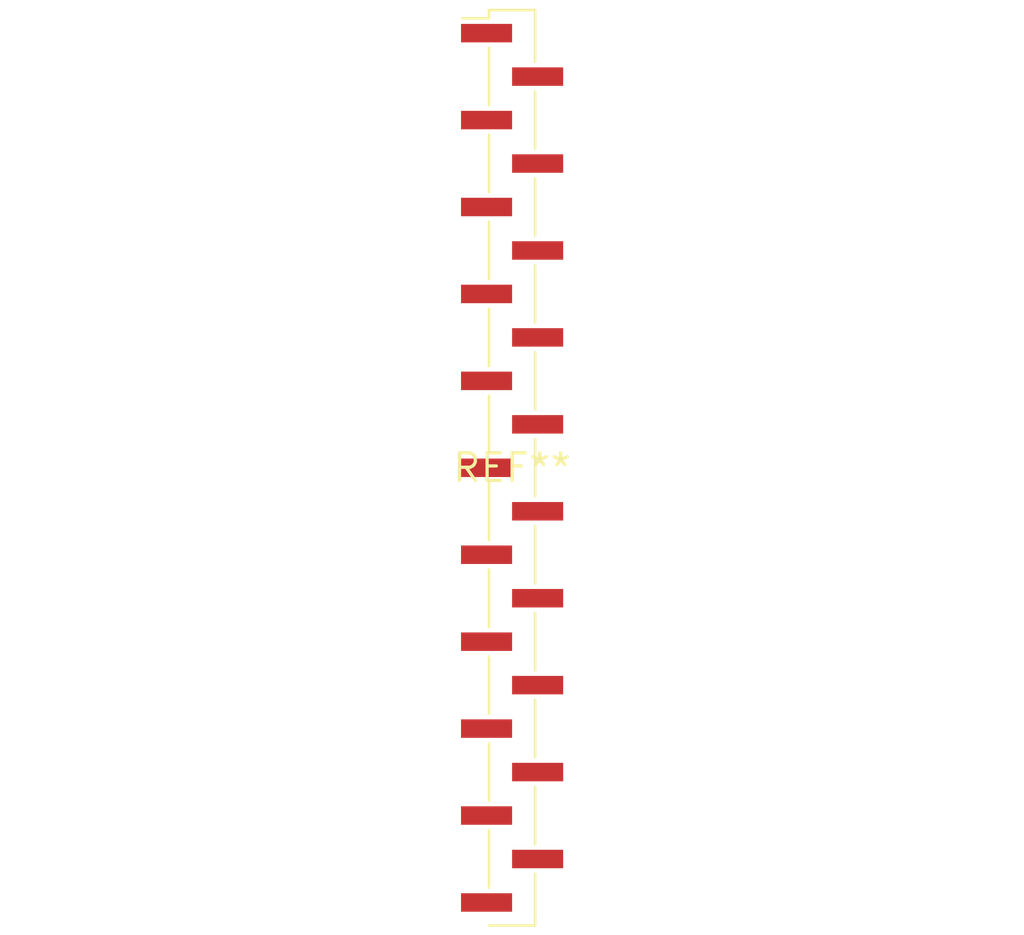
<source format=kicad_pcb>
(kicad_pcb (version 20240108) (generator pcbnew)
  (layers (0 "F.Cu" signal) (31 "B.Cu" signal) (34 "B.Paste" user) (35 "F.Paste" user) (36 "B.SilkS" user "B.Silkscreen") (37 "F.SilkS" user "F.Silkscreen") (38 "B.Mask" user) (39 "F.Mask" user) (44 "Edge.Cuts" user))
  (net 0 "")
  (footprint "PinHeader_1x21_P2.00mm_Vertical_SMD_Pin1Left" (layer "F.Cu") (at 0 0)
    (property "Reference" "REF**")
    (property "Value" "PinHeader_1x21_P2.00mm_Vertical_SMD_Pin1Left")
    (fp_line (start -1.06 -21.06) (end -1.06 -20.685) (layer "F.SilkS") (stroke (width 0.12)))
    (fp_line (start -1.06 -21.06) (end 1.06 -21.06) (layer "F.SilkS") (stroke (width 0.12)))
    (fp_line (start -1.06 -20.685) (end -2.29 -20.685) (layer "F.SilkS") (stroke (width 0.12)))
    (fp_line (start -1.06 -19.315) (end -1.06 -16.685) (layer "F.SilkS") (stroke (width 0.12)))
    (fp_line (start -1.06 -15.315) (end -1.06 -12.685) (layer "F.SilkS") (stroke (width 0.12)))
    (fp_line (start -1.06 -11.315) (end -1.06 -8.685) (layer "F.SilkS") (stroke (width 0.12)))
    (fp_line (start -1.06 -7.315) (end -1.06 -4.685) (layer "F.SilkS") (stroke (width 0.12)))
    (fp_line (start -1.06 -3.315) (end -1.06 -0.685) (layer "F.SilkS") (stroke (width 0.12)))
    (fp_line (start -1.06 0.685) (end -1.06 3.315) (layer "F.SilkS") (stroke (width 0.12)))
    (fp_line (start -1.06 4.685) (end -1.06 7.315) (layer "F.SilkS") (stroke (width 0.12)))
    (fp_line (start -1.06 8.685) (end -1.06 11.315) (layer "F.SilkS") (stroke (width 0.12)))
    (fp_line (start -1.06 12.685) (end -1.06 15.315) (layer "F.SilkS") (stroke (width 0.12)))
    (fp_line (start -1.06 16.685) (end -1.06 19.315) (layer "F.SilkS") (stroke (width 0.12)))
    (fp_line (start -1.06 21.06) (end 1.06 21.06) (layer "F.SilkS") (stroke (width 0.12)))
    (fp_line (start 1.06 -21.06) (end 1.06 -18.685) (layer "F.SilkS") (stroke (width 0.12)))
    (fp_line (start 1.06 -17.315) (end 1.06 -14.685) (layer "F.SilkS") (stroke (width 0.12)))
    (fp_line (start 1.06 -13.315) (end 1.06 -10.685) (layer "F.SilkS") (stroke (width 0.12)))
    (fp_line (start 1.06 -9.315) (end 1.06 -6.685) (layer "F.SilkS") (stroke (width 0.12)))
    (fp_line (start 1.06 -5.315) (end 1.06 -2.685) (layer "F.SilkS") (stroke (width 0.12)))
    (fp_line (start 1.06 -1.315) (end 1.06 1.315) (layer "F.SilkS") (stroke (width 0.12)))
    (fp_line (start 1.06 2.685) (end 1.06 5.315) (layer "F.SilkS") (stroke (width 0.12)))
    (fp_line (start 1.06 6.685) (end 1.06 9.315) (layer "F.SilkS") (stroke (width 0.12)))
    (fp_line (start 1.06 10.685) (end 1.06 13.315) (layer "F.SilkS") (stroke (width 0.12)))
    (fp_line (start 1.06 14.685) (end 1.06 17.315) (layer "F.SilkS") (stroke (width 0.12)))
    (fp_line (start 1.06 18.685) (end 1.06 21.06) (layer "F.SilkS") (stroke (width 0.12)))
    (fp_line (start 1.06 20.685) (end 1.06 21.06) (layer "F.SilkS") (stroke (width 0.12)))
    (pad "1" smd rect (at -1.175 -20) (size 2.35 0.85) (layers "F.Cu" "F.Paste" "F.Mask"))
    (pad "2" smd rect (at 1.175 -18) (size 2.35 0.85) (layers "F.Cu" "F.Paste" "F.Mask"))
    (pad "3" smd rect (at -1.175 -16) (size 2.35 0.85) (layers "F.Cu" "F.Paste" "F.Mask"))
    (pad "4" smd rect (at 1.175 -14) (size 2.35 0.85) (layers "F.Cu" "F.Paste" "F.Mask"))
    (pad "5" smd rect (at -1.175 -12) (size 2.35 0.85) (layers "F.Cu" "F.Paste" "F.Mask"))
    (pad "6" smd rect (at 1.175 -10) (size 2.35 0.85) (layers "F.Cu" "F.Paste" "F.Mask"))
    (pad "7" smd rect (at -1.175 -8) (size 2.35 0.85) (layers "F.Cu" "F.Paste" "F.Mask"))
    (pad "8" smd rect (at 1.175 -6) (size 2.35 0.85) (layers "F.Cu" "F.Paste" "F.Mask"))
    (pad "9" smd rect (at -1.175 -4) (size 2.35 0.85) (layers "F.Cu" "F.Paste" "F.Mask"))
    (pad "10" smd rect (at 1.175 -2) (size 2.35 0.85) (layers "F.Cu" "F.Paste" "F.Mask"))
    (pad "11" smd rect (at -1.175 0) (size 2.35 0.85) (layers "F.Cu" "F.Paste" "F.Mask"))
    (pad "12" smd rect (at 1.175 2) (size 2.35 0.85) (layers "F.Cu" "F.Paste" "F.Mask"))
    (pad "13" smd rect (at -1.175 4) (size 2.35 0.85) (layers "F.Cu" "F.Paste" "F.Mask"))
    (pad "14" smd rect (at 1.175 6) (size 2.35 0.85) (layers "F.Cu" "F.Paste" "F.Mask"))
    (pad "15" smd rect (at -1.175 8) (size 2.35 0.85) (layers "F.Cu" "F.Paste" "F.Mask"))
    (pad "16" smd rect (at 1.175 10) (size 2.35 0.85) (layers "F.Cu" "F.Paste" "F.Mask"))
    (pad "17" smd rect (at -1.175 12) (size 2.35 0.85) (layers "F.Cu" "F.Paste" "F.Mask"))
    (pad "18" smd rect (at 1.175 14) (size 2.35 0.85) (layers "F.Cu" "F.Paste" "F.Mask"))
    (pad "19" smd rect (at -1.175 16) (size 2.35 0.85) (layers "F.Cu" "F.Paste" "F.Mask"))
    (pad "20" smd rect (at 1.175 18) (size 2.35 0.85) (layers "F.Cu" "F.Paste" "F.Mask"))
    (pad "21" smd rect (at -1.175 20) (size 2.35 0.85) (layers "F.Cu" "F.Paste" "F.Mask"))
  )
)
</source>
